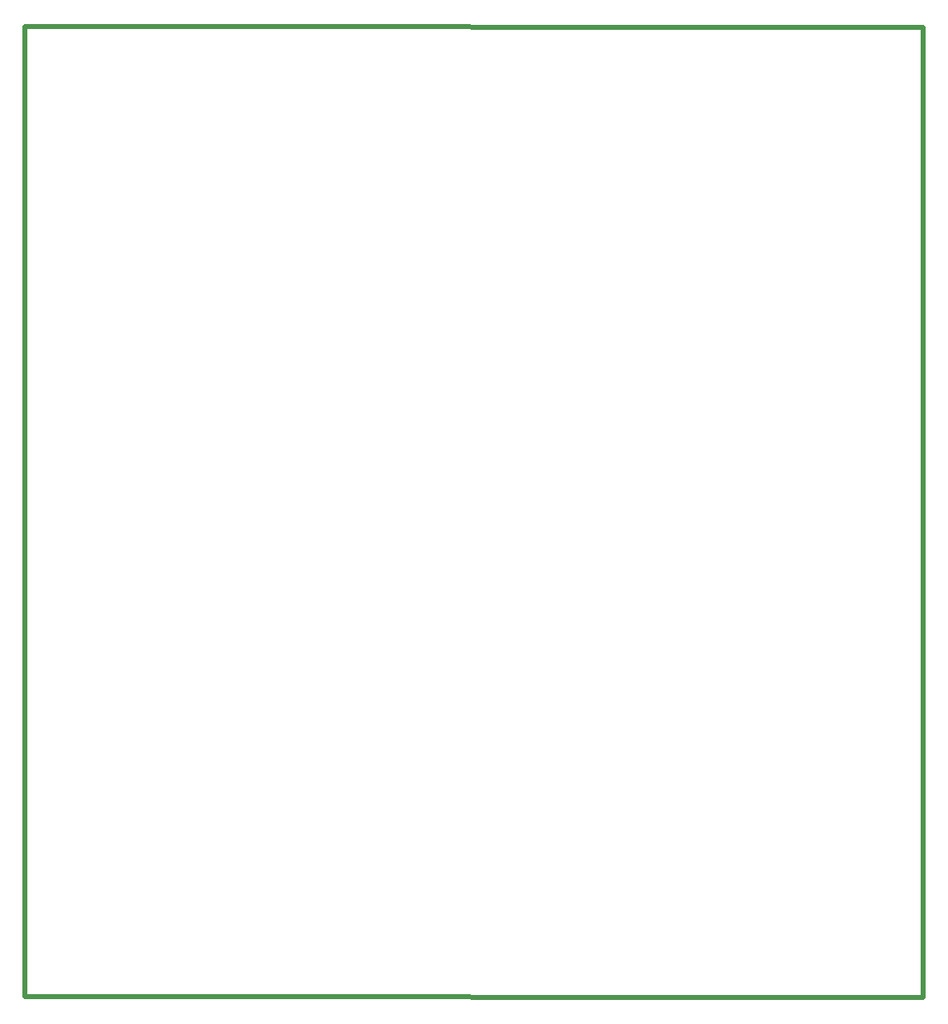
<source format=gbr>
G04 #@! TF.GenerationSoftware,KiCad,Pcbnew,(5.1.5)-3*
G04 #@! TF.CreationDate,2020-03-13T11:52:07+01:00*
G04 #@! TF.ProjectId,MainPCB,4d61696e-5043-4422-9e6b-696361645f70,rev?*
G04 #@! TF.SameCoordinates,Original*
G04 #@! TF.FileFunction,Profile,NP*
%FSLAX46Y46*%
G04 Gerber Fmt 4.6, Leading zero omitted, Abs format (unit mm)*
G04 Created by KiCad (PCBNEW (5.1.5)-3) date 2020-03-13 11:52:07*
%MOMM*%
%LPD*%
G04 APERTURE LIST*
%ADD10C,0.500000*%
G04 APERTURE END LIST*
D10*
X53606700Y-134620000D02*
X53606700Y-35534600D01*
X145338800Y-134645400D02*
X53606700Y-134620000D01*
X145338800Y-35598100D02*
X145338800Y-134645400D01*
X53606700Y-35534600D02*
X145338800Y-35598100D01*
M02*

</source>
